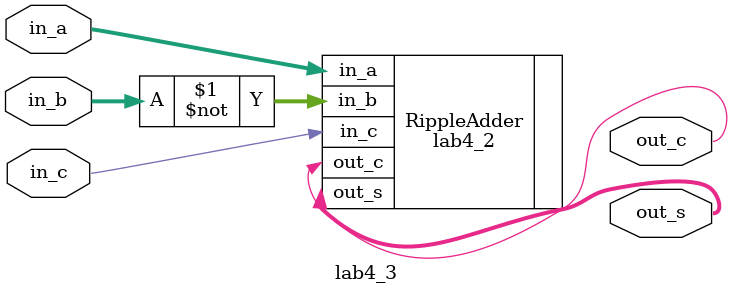
<source format=v>
/* CSED273 lab4 experiment 3 */
/* lab4_3.v */

/* Implement 5-Bit Ripple Subtractor
 * You must use lab4_2 module in lab4_2.v
 * You may use keword "assign" and operator "&","|","~",
 * or just implement with gate-level modeling (and, or, not) */
module lab4_3(
    input [4:0] in_a,
    input [4:0] in_b,
    input in_c,
    output [4:0] out_s,
    output out_c
    );

    lab4_2 RippleAdder(
        .in_a(in_a),
        .in_b(~in_b),
        .in_c(in_c),
        .out_s(out_s),
        .out_c(out_c)
    );

endmodule
</source>
